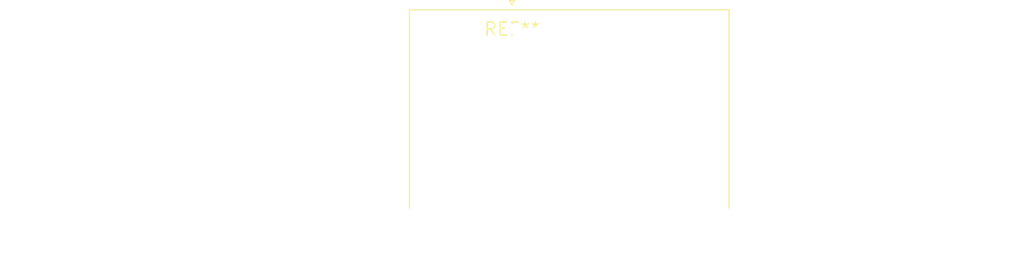
<source format=kicad_pcb>
(kicad_pcb (version 20240108) (generator pcbnew)
  (layers (0 "F.Cu" signal) (31 "B.Cu" signal) (34 "B.Paste" user) (35 "F.Paste" user) (36 "B.SilkS" user "B.Silkscreen") (37 "F.SilkS" user "F.Silkscreen") (38 "B.Mask" user) (39 "F.Mask" user) (44 "Edge.Cuts" user))
  (net 0 "")
  (footprint "DSUB-9_Male_Horizontal_P2.77x2.84mm_EdgePinOffset14.56mm_Housed_MountingHolesOffset15.98mm" (layer "F.Cu") (at 0 0)
    (property "Reference" "REF**")
    (property "Value" "DSUB-9_Male_Horizontal_P2.77x2.84mm_EdgePinOffset14.56mm_Housed_MountingHolesOffset15.98mm")
    (fp_line (start -9.945 -1.86) (end 21.025 -1.86) (layer "F.SilkS") (stroke (width 0.12)))
    (fp_line (start -9.945 17.34) (end -9.945 -1.86) (layer "F.SilkS") (stroke (width 0.12)))
    (fp_line (start -0.25 -2.754338) (end 0.25 -2.754338) (layer "F.SilkS") (stroke (width 0.12)))
    (fp_line (start 0 -2.321325) (end -0.25 -2.754338) (layer "F.SilkS") (stroke (width 0.12)))
    (fp_line (start 0.25 -2.754338) (end 0 -2.321325) (layer "F.SilkS") (stroke (width 0.12)))
    (fp_line (start 21.025 -1.86) (end 21.025 17.34) (layer "F.SilkS") (stroke (width 0.12)))
    (pad "0" thru_hole circle (at -6.96 1.42) (size 4 4) (drill 3.2) (layers *.Cu *.Mask) (remove_unused_layers))
    (pad "0" thru_hole circle (at 18.04 1.42) (size 4 4) (drill 3.2) (layers *.Cu *.Mask) (remove_unused_layers))
    (pad "1" thru_hole rect (at 0 0) (size 1.6 1.6) (drill 1) (layers *.Cu *.Mask) (remove_unused_layers))
    (pad "2" thru_hole circle (at 2.77 0) (size 1.6 1.6) (drill 1) (layers *.Cu *.Mask) (remove_unused_layers))
    (pad "3" thru_hole circle (at 5.54 0) (size 1.6 1.6) (drill 1) (layers *.Cu *.Mask) (remove_unused_layers))
    (pad "4" thru_hole circle (at 8.31 0) (size 1.6 1.6) (drill 1) (layers *.Cu *.Mask) (remove_unused_layers))
    (pad "5" thru_hole circle (at 11.08 0) (size 1.6 1.6) (drill 1) (layers *.Cu *.Mask) (remove_unused_layers))
    (pad "6" thru_hole circle (at 1.385 2.84) (size 1.6 1.6) (drill 1) (layers *.Cu *.Mask) (remove_unused_layers))
    (pad "7" thru_hole circle (at 4.155 2.84) (size 1.6 1.6) (drill 1) (layers *.Cu *.Mask) (remove_unused_layers))
    (pad "8" thru_hole circle (at 6.925 2.84) (size 1.6 1.6) (drill 1) (layers *.Cu *.Mask) (remove_unused_layers))
    (pad "9" thru_hole circle (at 9.695 2.84) (size 1.6 1.6) (drill 1) (layers *.Cu *.Mask) (remove_unused_layers))
  )
)
</source>
